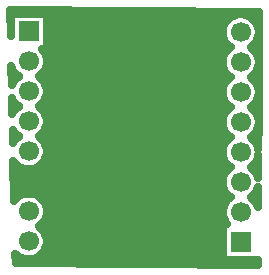
<source format=gbl>
G04 DipTrace 3.1.0.1*
G04 MSP430FR2311Breakout.gbl*
%MOIN*%
G04 #@! TF.FileFunction,Copper,L2,Bot*
G04 #@! TF.Part,Single*
G04 #@! TA.AperFunction,Conductor*
%ADD11C,0.006*%
G04 #@! TA.AperFunction,CopperBalancing*
%ADD13C,0.025*%
G04 #@! TA.AperFunction,ComponentPad*
%ADD16R,0.066929X0.066929*%
%ADD17C,0.066929*%
G04 #@! TA.AperFunction,ViaPad*
%ADD18C,0.03*%
%FSLAX26Y26*%
G04*
G70*
G90*
G75*
G01*
G04 Bottom*
%LPD*%
X937703Y1275157D2*
D11*
X968950D1*
X975199Y1268908D1*
D18*
X937703Y1275157D3*
X549962Y1325280D2*
D13*
X1158403D1*
X1229465D2*
X1253711D1*
X549962Y1300411D2*
X1137016D1*
X549962Y1275542D2*
X1131453D1*
X549962Y1250673D2*
X1136728D1*
X549962Y1225804D2*
X1157470D1*
X1230362D2*
X1252993D1*
X545261Y1200936D2*
X1137266D1*
X549927Y1176067D2*
X1131453D1*
X543825Y1151198D2*
X1136478D1*
X432871Y1126329D2*
X450013D1*
X524987D2*
X1156715D1*
X1231115D2*
X1252276D1*
X545010Y1101461D2*
X1137517D1*
X549962Y1076592D2*
X1131490D1*
X544077Y1051723D2*
X1136261D1*
X435025Y1026854D2*
X450730D1*
X524234D2*
X1155999D1*
X1231869D2*
X1251558D1*
X544795Y1001986D2*
X1137769D1*
X549962Y977117D2*
X1131490D1*
X544328Y952248D2*
X1136046D1*
X437142Y927379D2*
X451520D1*
X523479D2*
X1155281D1*
X1232551D2*
X1250840D1*
X544543Y902510D2*
X1138020D1*
X549962Y877642D2*
X1131525D1*
X544580Y852773D2*
X1135831D1*
X439295Y827904D2*
X451484D1*
X523516D2*
X1154598D1*
X1233232D2*
X1250122D1*
X439833Y803035D2*
X1138307D1*
X440371Y778167D2*
X1131525D1*
X440909Y753298D2*
X1135615D1*
X441449Y728429D2*
X453134D1*
X521865D2*
X1153953D1*
X1233915D2*
X1249404D1*
X544077Y703560D2*
X1138558D1*
X549962Y678692D2*
X1131560D1*
X545046Y653823D2*
X1135400D1*
X525022Y628954D2*
X1131453D1*
X543790Y604085D2*
X1131453D1*
X549927Y579217D2*
X1131453D1*
X545261Y554348D2*
X1131453D1*
X525740Y529479D2*
X1131453D1*
X675270Y504610D2*
X1247790D1*
X436715Y1337596D2*
X547458D1*
Y1217667D1*
X532135D1*
X536005Y1212878D1*
X540923Y1204854D1*
X544524Y1196161D1*
X546719Y1187012D1*
X547458Y1177631D1*
X546719Y1168251D1*
X544524Y1159101D1*
X540923Y1150408D1*
X536005Y1142385D1*
X529895Y1135230D1*
X522740Y1129119D1*
X520552Y1127657D1*
X526437Y1123228D1*
X533091Y1116575D1*
X538622Y1108963D1*
X542894Y1100579D1*
X545801Y1091630D1*
X547273Y1082336D1*
Y1072927D1*
X545801Y1063633D1*
X542894Y1054684D1*
X538622Y1046299D1*
X533091Y1038688D1*
X526437Y1032034D1*
X520552Y1027657D1*
X526437Y1023228D1*
X533091Y1016575D1*
X538622Y1008963D1*
X542894Y1000579D1*
X545801Y991630D1*
X547273Y982336D1*
Y972927D1*
X545801Y963633D1*
X542894Y954684D1*
X538622Y946299D1*
X533091Y938688D1*
X526437Y932034D1*
X520552Y927657D1*
X526437Y923228D1*
X533091Y916575D1*
X538622Y908963D1*
X542894Y900579D1*
X545801Y891630D1*
X547273Y882336D1*
Y872927D1*
X545801Y863633D1*
X542894Y854684D1*
X538622Y846299D1*
X533091Y838688D1*
X526437Y832034D1*
X518825Y826503D1*
X510441Y822231D1*
X501492Y819324D1*
X492198Y817852D1*
X482789D1*
X473495Y819324D1*
X464546Y822231D1*
X456161Y826503D1*
X448550Y832034D1*
X441896Y838688D1*
X436416Y846223D1*
X439276Y713315D1*
X445092Y720033D1*
X452247Y726143D1*
X460270Y731060D1*
X468963Y734661D1*
X478113Y736857D1*
X487493Y737596D1*
X496874Y736857D1*
X506024Y734661D1*
X514717Y731060D1*
X522740Y726143D1*
X529895Y720033D1*
X536005Y712878D1*
X540923Y704854D1*
X544524Y696161D1*
X546719Y687012D1*
X547458Y677631D1*
X546719Y668251D1*
X544524Y659101D1*
X540923Y650408D1*
X536005Y642385D1*
X529895Y635230D1*
X522740Y629119D1*
X520552Y627657D1*
X526437Y623228D1*
X533091Y616575D1*
X538622Y608963D1*
X542894Y600579D1*
X545801Y591630D1*
X547273Y582336D1*
Y572927D1*
X545801Y563633D1*
X542894Y554684D1*
X538622Y546299D1*
X533091Y538688D1*
X526437Y532034D1*
X518825Y526503D1*
X510441Y522231D1*
X501492Y519324D1*
X492198Y517852D1*
X482789D1*
X473495Y519324D1*
X464546Y522231D1*
X456161Y526503D1*
X448550Y532034D1*
X443083Y537404D1*
X443744Y506311D1*
X1250262Y500332D1*
X1250367Y515281D1*
X1133962Y515266D1*
Y635196D1*
X1149285D1*
X1145415Y639984D1*
X1140497Y648008D1*
X1136896Y656701D1*
X1134701Y665850D1*
X1133962Y675231D1*
X1134701Y684612D1*
X1136896Y693761D1*
X1140497Y702454D1*
X1145415Y710478D1*
X1151525Y717633D1*
X1158680Y723743D1*
X1160867Y725205D1*
X1154983Y729634D1*
X1148329Y736287D1*
X1142798Y743899D1*
X1138526Y752283D1*
X1135619Y761232D1*
X1134147Y770526D1*
Y779936D1*
X1135619Y789230D1*
X1138526Y798178D1*
X1142798Y806563D1*
X1148329Y814175D1*
X1154983Y820828D1*
X1160867Y825205D1*
X1154983Y829634D1*
X1148329Y836287D1*
X1142798Y843899D1*
X1138526Y852283D1*
X1135619Y861232D1*
X1134147Y870526D1*
Y879936D1*
X1135619Y889230D1*
X1138526Y898178D1*
X1142798Y906563D1*
X1148329Y914175D1*
X1154983Y920828D1*
X1160867Y925205D1*
X1154983Y929634D1*
X1148329Y936287D1*
X1142798Y943899D1*
X1138526Y952283D1*
X1135619Y961232D1*
X1134147Y970526D1*
Y979936D1*
X1135619Y989230D1*
X1138526Y998178D1*
X1142798Y1006563D1*
X1148329Y1014175D1*
X1154983Y1020828D1*
X1160867Y1025205D1*
X1154983Y1029634D1*
X1148329Y1036287D1*
X1142798Y1043899D1*
X1138526Y1052283D1*
X1135619Y1061232D1*
X1134147Y1070526D1*
Y1079936D1*
X1135619Y1089230D1*
X1138526Y1098178D1*
X1142798Y1106563D1*
X1148329Y1114175D1*
X1154983Y1120828D1*
X1160867Y1125205D1*
X1154983Y1129634D1*
X1148329Y1136287D1*
X1142798Y1143899D1*
X1138526Y1152283D1*
X1135619Y1161232D1*
X1134147Y1170526D1*
Y1179936D1*
X1135619Y1189230D1*
X1138526Y1198178D1*
X1142798Y1206563D1*
X1148329Y1214175D1*
X1154983Y1220828D1*
X1160867Y1225205D1*
X1154983Y1229634D1*
X1148329Y1236287D1*
X1142798Y1243899D1*
X1138526Y1252283D1*
X1135619Y1261232D1*
X1134147Y1270526D1*
Y1279936D1*
X1135619Y1289230D1*
X1138526Y1298178D1*
X1142798Y1306563D1*
X1148329Y1314175D1*
X1154983Y1320828D1*
X1162594Y1326360D1*
X1170979Y1330631D1*
X1179928Y1333538D1*
X1189222Y1335010D1*
X1198631D1*
X1207925Y1333538D1*
X1216874Y1330631D1*
X1225259Y1326360D1*
X1232870Y1320828D1*
X1239524Y1314175D1*
X1245055Y1306563D1*
X1249327Y1298178D1*
X1252234Y1289230D1*
X1253706Y1279936D1*
Y1270526D1*
X1252234Y1261232D1*
X1249327Y1252283D1*
X1245055Y1243899D1*
X1239524Y1236287D1*
X1232870Y1229634D1*
X1226986Y1225257D1*
X1232870Y1220828D1*
X1239524Y1214175D1*
X1245055Y1206563D1*
X1249327Y1198178D1*
X1252234Y1189230D1*
X1253706Y1179936D1*
Y1170526D1*
X1252234Y1161232D1*
X1249327Y1152283D1*
X1245055Y1143899D1*
X1239524Y1136287D1*
X1232870Y1129634D1*
X1226986Y1125257D1*
X1232870Y1120828D1*
X1239524Y1114175D1*
X1245055Y1106563D1*
X1249327Y1098178D1*
X1252234Y1089230D1*
X1253706Y1079936D1*
Y1070526D1*
X1252234Y1061232D1*
X1249327Y1052283D1*
X1245055Y1043899D1*
X1239524Y1036287D1*
X1232870Y1029634D1*
X1226986Y1025257D1*
X1232870Y1020828D1*
X1239524Y1014175D1*
X1245055Y1006563D1*
X1249327Y998178D1*
X1252234Y989230D1*
X1253710Y979844D1*
X1256329Y1343969D1*
X425535Y1350055D1*
X427529Y1263598D1*
Y1337596D1*
X436715D1*
X454434Y1127657D2*
X448550Y1132034D1*
X441896Y1138688D1*
X436365Y1146299D1*
X432093Y1154684D1*
X429591Y1162199D1*
X430980Y1097688D1*
X434064Y1104854D1*
X438982Y1112878D1*
X445092Y1120033D1*
X452247Y1126143D1*
X454434Y1127605D1*
Y1027657D2*
X448550Y1032034D1*
X441896Y1038688D1*
X436365Y1046299D1*
X432093Y1054684D1*
X431995Y1050655D1*
X433030Y1002689D1*
X436365Y1008963D1*
X441896Y1016575D1*
X448550Y1023228D1*
X454434Y1027605D1*
Y927657D2*
X448550Y932034D1*
X441896Y938688D1*
X436365Y946299D1*
X434164Y950231D1*
X435100Y906828D1*
X438982Y912878D1*
X445092Y920033D1*
X452247Y926143D1*
X454434Y927605D1*
X1226986Y725205D2*
X1232870Y720828D1*
X1239524Y714175D1*
X1245055Y706563D1*
X1249327Y698178D1*
X1251630Y691371D1*
X1252134Y760794D1*
X1249327Y752283D1*
X1245055Y743899D1*
X1239524Y736287D1*
X1232870Y729634D1*
X1226986Y725257D1*
Y825205D2*
X1232870Y820828D1*
X1239524Y814175D1*
X1245055Y806563D1*
X1249327Y798178D1*
X1252234Y789230D1*
X1252416Y800157D1*
X1252878Y864281D1*
X1250957Y856701D1*
X1247356Y848008D1*
X1242438Y839984D1*
X1236328Y832829D1*
X1229173Y826719D1*
X1226986Y825257D1*
Y925205D2*
X1232870Y920828D1*
X1239524Y914175D1*
X1245055Y906563D1*
X1249327Y898178D1*
X1252234Y889230D1*
X1253028Y885243D1*
X1253636Y969706D1*
X1252234Y961232D1*
X1249327Y952283D1*
X1245055Y943899D1*
X1239524Y936287D1*
X1232870Y929634D1*
X1226986Y925257D1*
D16*
X487493Y1277631D3*
D17*
Y1177631D3*
Y1077631D3*
Y977631D3*
Y877631D3*
Y777631D3*
Y677631D3*
Y577631D3*
D16*
X1193927Y575231D3*
D17*
Y675231D3*
Y775231D3*
Y875231D3*
Y975231D3*
Y1075231D3*
Y1175231D3*
Y1275231D3*
M02*

</source>
